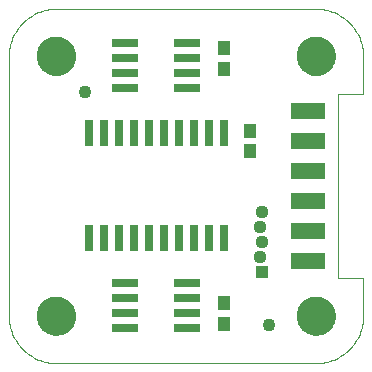
<source format=gbs>
G75*
G70*
%OFA0B0*%
%FSLAX24Y24*%
%IPPOS*%
%LPD*%
%AMOC8*
5,1,8,0,0,1.08239X$1,22.5*
%
%ADD10C,0.0000*%
%ADD11C,0.1300*%
%ADD12R,0.0906X0.0276*%
%ADD13R,0.0276X0.0906*%
%ADD14R,0.1142X0.0552*%
%ADD15R,0.0440X0.0440*%
%ADD16C,0.0440*%
%ADD17R,0.0434X0.0473*%
%ADD18C,0.0434*%
D10*
X006993Y010471D02*
X015654Y010471D01*
X015024Y012046D02*
X015026Y012096D01*
X015032Y012146D01*
X015042Y012195D01*
X015056Y012243D01*
X015073Y012290D01*
X015094Y012335D01*
X015119Y012379D01*
X015147Y012420D01*
X015179Y012459D01*
X015213Y012496D01*
X015250Y012530D01*
X015290Y012560D01*
X015332Y012587D01*
X015376Y012611D01*
X015422Y012632D01*
X015469Y012648D01*
X015517Y012661D01*
X015567Y012670D01*
X015616Y012675D01*
X015667Y012676D01*
X015717Y012673D01*
X015766Y012666D01*
X015815Y012655D01*
X015863Y012640D01*
X015909Y012622D01*
X015954Y012600D01*
X015997Y012574D01*
X016038Y012545D01*
X016077Y012513D01*
X016113Y012478D01*
X016145Y012440D01*
X016175Y012400D01*
X016202Y012357D01*
X016225Y012313D01*
X016244Y012267D01*
X016260Y012219D01*
X016272Y012170D01*
X016280Y012121D01*
X016284Y012071D01*
X016284Y012021D01*
X016280Y011971D01*
X016272Y011922D01*
X016260Y011873D01*
X016244Y011825D01*
X016225Y011779D01*
X016202Y011735D01*
X016175Y011692D01*
X016145Y011652D01*
X016113Y011614D01*
X016077Y011579D01*
X016038Y011547D01*
X015997Y011518D01*
X015954Y011492D01*
X015909Y011470D01*
X015863Y011452D01*
X015815Y011437D01*
X015766Y011426D01*
X015717Y011419D01*
X015667Y011416D01*
X015616Y011417D01*
X015567Y011422D01*
X015517Y011431D01*
X015469Y011444D01*
X015422Y011460D01*
X015376Y011481D01*
X015332Y011505D01*
X015290Y011532D01*
X015250Y011562D01*
X015213Y011596D01*
X015179Y011633D01*
X015147Y011672D01*
X015119Y011713D01*
X015094Y011757D01*
X015073Y011802D01*
X015056Y011849D01*
X015042Y011897D01*
X015032Y011946D01*
X015026Y011996D01*
X015024Y012046D01*
X015654Y010471D02*
X015731Y010473D01*
X015808Y010479D01*
X015885Y010488D01*
X015961Y010501D01*
X016037Y010518D01*
X016111Y010539D01*
X016185Y010563D01*
X016257Y010591D01*
X016327Y010622D01*
X016396Y010657D01*
X016464Y010695D01*
X016529Y010736D01*
X016592Y010781D01*
X016653Y010829D01*
X016712Y010879D01*
X016768Y010932D01*
X016821Y010988D01*
X016871Y011047D01*
X016919Y011108D01*
X016964Y011171D01*
X017005Y011236D01*
X017043Y011304D01*
X017078Y011373D01*
X017109Y011443D01*
X017137Y011515D01*
X017161Y011589D01*
X017182Y011663D01*
X017199Y011739D01*
X017212Y011815D01*
X017221Y011892D01*
X017227Y011969D01*
X017229Y012046D01*
X017229Y013305D01*
X016404Y013305D01*
X016404Y019447D01*
X017229Y019447D01*
X017229Y020707D01*
X015024Y020707D02*
X015026Y020757D01*
X015032Y020807D01*
X015042Y020856D01*
X015056Y020904D01*
X015073Y020951D01*
X015094Y020996D01*
X015119Y021040D01*
X015147Y021081D01*
X015179Y021120D01*
X015213Y021157D01*
X015250Y021191D01*
X015290Y021221D01*
X015332Y021248D01*
X015376Y021272D01*
X015422Y021293D01*
X015469Y021309D01*
X015517Y021322D01*
X015567Y021331D01*
X015616Y021336D01*
X015667Y021337D01*
X015717Y021334D01*
X015766Y021327D01*
X015815Y021316D01*
X015863Y021301D01*
X015909Y021283D01*
X015954Y021261D01*
X015997Y021235D01*
X016038Y021206D01*
X016077Y021174D01*
X016113Y021139D01*
X016145Y021101D01*
X016175Y021061D01*
X016202Y021018D01*
X016225Y020974D01*
X016244Y020928D01*
X016260Y020880D01*
X016272Y020831D01*
X016280Y020782D01*
X016284Y020732D01*
X016284Y020682D01*
X016280Y020632D01*
X016272Y020583D01*
X016260Y020534D01*
X016244Y020486D01*
X016225Y020440D01*
X016202Y020396D01*
X016175Y020353D01*
X016145Y020313D01*
X016113Y020275D01*
X016077Y020240D01*
X016038Y020208D01*
X015997Y020179D01*
X015954Y020153D01*
X015909Y020131D01*
X015863Y020113D01*
X015815Y020098D01*
X015766Y020087D01*
X015717Y020080D01*
X015667Y020077D01*
X015616Y020078D01*
X015567Y020083D01*
X015517Y020092D01*
X015469Y020105D01*
X015422Y020121D01*
X015376Y020142D01*
X015332Y020166D01*
X015290Y020193D01*
X015250Y020223D01*
X015213Y020257D01*
X015179Y020294D01*
X015147Y020333D01*
X015119Y020374D01*
X015094Y020418D01*
X015073Y020463D01*
X015056Y020510D01*
X015042Y020558D01*
X015032Y020607D01*
X015026Y020657D01*
X015024Y020707D01*
X015654Y022282D02*
X015731Y022280D01*
X015808Y022274D01*
X015885Y022265D01*
X015961Y022252D01*
X016037Y022235D01*
X016111Y022214D01*
X016185Y022190D01*
X016257Y022162D01*
X016327Y022131D01*
X016396Y022096D01*
X016464Y022058D01*
X016529Y022017D01*
X016592Y021972D01*
X016653Y021924D01*
X016712Y021874D01*
X016768Y021821D01*
X016821Y021765D01*
X016871Y021706D01*
X016919Y021645D01*
X016964Y021582D01*
X017005Y021517D01*
X017043Y021449D01*
X017078Y021380D01*
X017109Y021310D01*
X017137Y021238D01*
X017161Y021164D01*
X017182Y021090D01*
X017199Y021014D01*
X017212Y020938D01*
X017221Y020861D01*
X017227Y020784D01*
X017229Y020707D01*
X015654Y022282D02*
X006993Y022282D01*
X006363Y020707D02*
X006365Y020757D01*
X006371Y020807D01*
X006381Y020856D01*
X006395Y020904D01*
X006412Y020951D01*
X006433Y020996D01*
X006458Y021040D01*
X006486Y021081D01*
X006518Y021120D01*
X006552Y021157D01*
X006589Y021191D01*
X006629Y021221D01*
X006671Y021248D01*
X006715Y021272D01*
X006761Y021293D01*
X006808Y021309D01*
X006856Y021322D01*
X006906Y021331D01*
X006955Y021336D01*
X007006Y021337D01*
X007056Y021334D01*
X007105Y021327D01*
X007154Y021316D01*
X007202Y021301D01*
X007248Y021283D01*
X007293Y021261D01*
X007336Y021235D01*
X007377Y021206D01*
X007416Y021174D01*
X007452Y021139D01*
X007484Y021101D01*
X007514Y021061D01*
X007541Y021018D01*
X007564Y020974D01*
X007583Y020928D01*
X007599Y020880D01*
X007611Y020831D01*
X007619Y020782D01*
X007623Y020732D01*
X007623Y020682D01*
X007619Y020632D01*
X007611Y020583D01*
X007599Y020534D01*
X007583Y020486D01*
X007564Y020440D01*
X007541Y020396D01*
X007514Y020353D01*
X007484Y020313D01*
X007452Y020275D01*
X007416Y020240D01*
X007377Y020208D01*
X007336Y020179D01*
X007293Y020153D01*
X007248Y020131D01*
X007202Y020113D01*
X007154Y020098D01*
X007105Y020087D01*
X007056Y020080D01*
X007006Y020077D01*
X006955Y020078D01*
X006906Y020083D01*
X006856Y020092D01*
X006808Y020105D01*
X006761Y020121D01*
X006715Y020142D01*
X006671Y020166D01*
X006629Y020193D01*
X006589Y020223D01*
X006552Y020257D01*
X006518Y020294D01*
X006486Y020333D01*
X006458Y020374D01*
X006433Y020418D01*
X006412Y020463D01*
X006395Y020510D01*
X006381Y020558D01*
X006371Y020607D01*
X006365Y020657D01*
X006363Y020707D01*
X005418Y020707D02*
X005420Y020784D01*
X005426Y020861D01*
X005435Y020938D01*
X005448Y021014D01*
X005465Y021090D01*
X005486Y021164D01*
X005510Y021238D01*
X005538Y021310D01*
X005569Y021380D01*
X005604Y021449D01*
X005642Y021517D01*
X005683Y021582D01*
X005728Y021645D01*
X005776Y021706D01*
X005826Y021765D01*
X005879Y021821D01*
X005935Y021874D01*
X005994Y021924D01*
X006055Y021972D01*
X006118Y022017D01*
X006183Y022058D01*
X006251Y022096D01*
X006320Y022131D01*
X006390Y022162D01*
X006462Y022190D01*
X006536Y022214D01*
X006610Y022235D01*
X006686Y022252D01*
X006762Y022265D01*
X006839Y022274D01*
X006916Y022280D01*
X006993Y022282D01*
X005418Y020707D02*
X005418Y012046D01*
X006363Y012046D02*
X006365Y012096D01*
X006371Y012146D01*
X006381Y012195D01*
X006395Y012243D01*
X006412Y012290D01*
X006433Y012335D01*
X006458Y012379D01*
X006486Y012420D01*
X006518Y012459D01*
X006552Y012496D01*
X006589Y012530D01*
X006629Y012560D01*
X006671Y012587D01*
X006715Y012611D01*
X006761Y012632D01*
X006808Y012648D01*
X006856Y012661D01*
X006906Y012670D01*
X006955Y012675D01*
X007006Y012676D01*
X007056Y012673D01*
X007105Y012666D01*
X007154Y012655D01*
X007202Y012640D01*
X007248Y012622D01*
X007293Y012600D01*
X007336Y012574D01*
X007377Y012545D01*
X007416Y012513D01*
X007452Y012478D01*
X007484Y012440D01*
X007514Y012400D01*
X007541Y012357D01*
X007564Y012313D01*
X007583Y012267D01*
X007599Y012219D01*
X007611Y012170D01*
X007619Y012121D01*
X007623Y012071D01*
X007623Y012021D01*
X007619Y011971D01*
X007611Y011922D01*
X007599Y011873D01*
X007583Y011825D01*
X007564Y011779D01*
X007541Y011735D01*
X007514Y011692D01*
X007484Y011652D01*
X007452Y011614D01*
X007416Y011579D01*
X007377Y011547D01*
X007336Y011518D01*
X007293Y011492D01*
X007248Y011470D01*
X007202Y011452D01*
X007154Y011437D01*
X007105Y011426D01*
X007056Y011419D01*
X007006Y011416D01*
X006955Y011417D01*
X006906Y011422D01*
X006856Y011431D01*
X006808Y011444D01*
X006761Y011460D01*
X006715Y011481D01*
X006671Y011505D01*
X006629Y011532D01*
X006589Y011562D01*
X006552Y011596D01*
X006518Y011633D01*
X006486Y011672D01*
X006458Y011713D01*
X006433Y011757D01*
X006412Y011802D01*
X006395Y011849D01*
X006381Y011897D01*
X006371Y011946D01*
X006365Y011996D01*
X006363Y012046D01*
X005418Y012046D02*
X005420Y011969D01*
X005426Y011892D01*
X005435Y011815D01*
X005448Y011739D01*
X005465Y011663D01*
X005486Y011589D01*
X005510Y011515D01*
X005538Y011443D01*
X005569Y011373D01*
X005604Y011304D01*
X005642Y011236D01*
X005683Y011171D01*
X005728Y011108D01*
X005776Y011047D01*
X005826Y010988D01*
X005879Y010932D01*
X005935Y010879D01*
X005994Y010829D01*
X006055Y010781D01*
X006118Y010736D01*
X006183Y010695D01*
X006251Y010657D01*
X006320Y010622D01*
X006390Y010591D01*
X006462Y010563D01*
X006536Y010539D01*
X006610Y010518D01*
X006686Y010501D01*
X006762Y010488D01*
X006839Y010479D01*
X006916Y010473D01*
X006993Y010471D01*
D11*
X006993Y012046D03*
X006993Y020707D03*
X015654Y020707D03*
X015654Y012046D03*
D12*
X011347Y012126D03*
X011347Y011626D03*
X011347Y012626D03*
X011347Y013126D03*
X009300Y013126D03*
X009300Y012626D03*
X009300Y012126D03*
X009300Y011626D03*
X009300Y019626D03*
X009300Y020126D03*
X009300Y020626D03*
X009300Y021126D03*
X011347Y021126D03*
X011347Y020626D03*
X011347Y020126D03*
X011347Y019626D03*
D13*
X011574Y018126D03*
X012074Y018126D03*
X012574Y018126D03*
X011074Y018126D03*
X010574Y018126D03*
X010074Y018126D03*
X009574Y018126D03*
X009074Y018126D03*
X008574Y018126D03*
X008074Y018126D03*
X008074Y014626D03*
X008574Y014626D03*
X009074Y014626D03*
X009574Y014626D03*
X010074Y014626D03*
X010574Y014626D03*
X011074Y014626D03*
X011574Y014626D03*
X012074Y014626D03*
X012574Y014626D03*
D14*
X015399Y014876D03*
X015399Y013876D03*
X015399Y015876D03*
X015399Y016876D03*
X015399Y017876D03*
X015399Y018876D03*
D15*
X013844Y013501D03*
D16*
X013804Y014001D03*
X013844Y014501D03*
X013804Y015001D03*
X013844Y015501D03*
D17*
X013449Y017542D03*
X013449Y018211D03*
X012574Y020292D03*
X012574Y020961D03*
X012574Y012461D03*
X012574Y011792D03*
D18*
X014074Y011751D03*
X007949Y019501D03*
M02*

</source>
